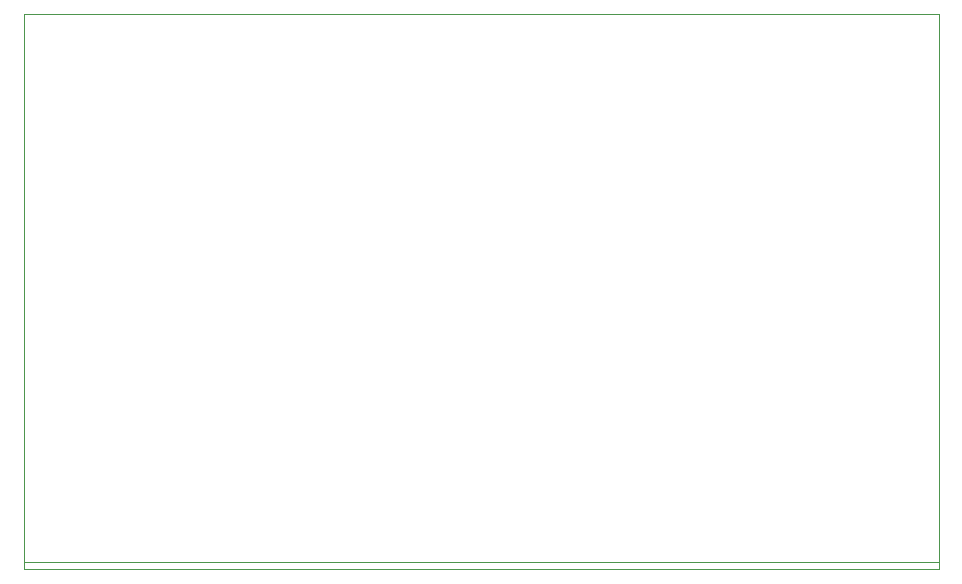
<source format=gbr>
G04 (created by PCBNEW (2013-07-07 BZR 4022)-stable) date 11/12/2014 2:51:25 PM*
%MOIN*%
G04 Gerber Fmt 3.4, Leading zero omitted, Abs format*
%FSLAX34Y34*%
G01*
G70*
G90*
G04 APERTURE LIST*
%ADD10C,0.00590551*%
%ADD11C,0.00393701*%
G04 APERTURE END LIST*
G54D10*
G54D11*
X112250Y-38000D02*
X112250Y-56500D01*
X112250Y-56500D02*
X112250Y-38000D01*
X112250Y-38000D02*
X112250Y-56500D01*
X112250Y-56500D02*
X112250Y-38000D01*
X112250Y-38000D02*
X112250Y-56500D01*
X112250Y-56500D02*
X112250Y-38000D01*
X112250Y-38000D02*
X112250Y-56500D01*
X112250Y-56500D02*
X112250Y-56250D01*
X81750Y-56500D02*
X112250Y-56500D01*
X81750Y-38000D02*
X81750Y-56500D01*
X81750Y-56250D02*
X81750Y-38000D01*
X81750Y-38000D02*
X81750Y-56250D01*
X112250Y-56250D02*
X81750Y-56250D01*
X112250Y-38000D02*
X112250Y-38250D01*
X81750Y-38000D02*
X112250Y-38000D01*
M02*

</source>
